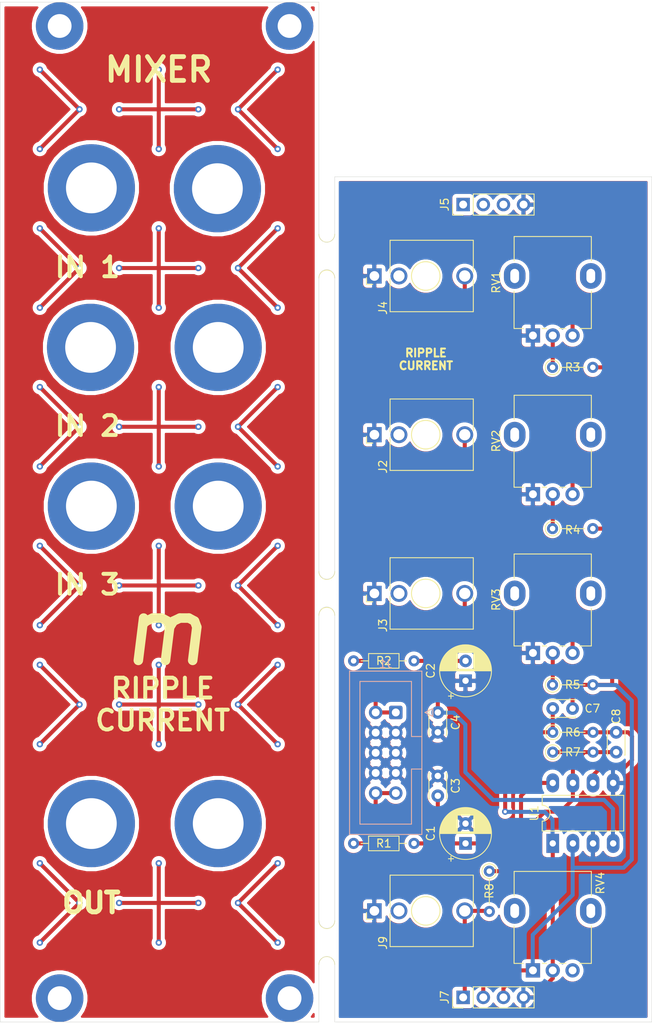
<source format=kicad_pcb>
(kicad_pcb (version 20171130) (host pcbnew "(5.1.8)-1")
  (layers (0 F.Cu signal) (31 B.Cu signal) (34 B.Paste user) (35 F.Paste user) (36 B.SilkS user hide) (37 F.SilkS user) (38 B.Mask user hide) (39 F.Mask user hide) (44 Edge.Cuts user))
  (net 0 "")
  (net 1 GND)
  (net 2 +12V)
  (net 3 -12V)
  (net 4 IN1)
  (net 5 VOL)
  (net 6 "Net-(C8-Pad2)")
  (net 7 "Net-(C8-Pad1)")
  (net 8 "Net-(J1-Pad10)")
  (net 9 "Net-(J1-Pad1)")
  (net 10 "Net-(J2-PadS)")
  (net 11 "Net-(J2-PadT)")
  (net 12 "Net-(J3-PadS)")
  (net 13 "Net-(J3-PadT)")
  (net 14 "Net-(J4-PadS)")
  (net 15 "Net-(J4-PadT)")
  (net 16 "Net-(J5-Pad3)")
  (net 17 "Net-(J5-Pad2)")
  (net 18 "Net-(J5-Pad1)")
  (net 19 OUT)
  (net 20 "Net-(J9-PadS)")
  (net 21 "Net-(R3-Pad1)")
  (net 22 "Net-(R4-Pad1)")
  (net 23 "Net-(R5-Pad1)")
  (net 24 "Net-(RV4-Pad3)")
  (module Panelization:mouse-bite-3mm-slot (layer F.Cu) (at 81.2 96 90)
    (fp_text reference mouse-bite-3mm-slot hide)
    (fp_text value VAL** hide)
    (pad "" np_thru_hole circle (at 1.524 0.75 90) (size 0.5 0.5) (drill 0.5) (layers *.Cu *.Mask))
    (pad "" np_thru_hole circle (at 1.524 -0.75 90) (size 0.5 0.5) (drill 0.5) (layers *.Cu *.Mask))
    (pad "" np_thru_hole circle (at 0.762 -0.75 90) (size 0.5 0.5) (drill 0.5) (layers *.Cu *.Mask))
    (pad "" np_thru_hole circle (at 0.762 0.75 90) (size 0.5 0.5) (drill 0.5) (layers *.Cu *.Mask))
    (pad "" np_thru_hole circle (at -0.012 0.75 90) (size 0.5 0.5) (drill 0.5) (layers *.Cu *.Mask))
    (pad "" np_thru_hole circle (at -1.512 0.75 90) (size 0.5 0.5) (drill 0.5) (layers *.Cu *.Mask))
    (pad "" np_thru_hole circle (at -1.512 -0.75 90) (size 0.5 0.5) (drill 0.5) (layers *.Cu *.Mask))
    (pad "" np_thru_hole circle (at -0.012 -0.75 90) (size 0.5 0.5) (drill 0.5) (layers *.Cu *.Mask))
    (pad "" np_thru_hole circle (at -0.762 0.75 90) (size 0.5 0.5) (drill 0.5) (layers *.Cu *.Mask))
    (pad "" np_thru_hole circle (at -0.762 -0.75 90) (size 0.5 0.5) (drill 0.5) (layers *.Cu *.Mask))
  )
  (module Panelization:mouse-bite-3mm-slot (layer F.Cu) (at 81.2 53.5 90)
    (fp_text reference mouse-bite-3mm-slot hide)
    (fp_text value VAL** hide)
    (pad "" np_thru_hole circle (at 1.524 0.75 90) (size 0.5 0.5) (drill 0.5) (layers *.Cu *.Mask))
    (pad "" np_thru_hole circle (at 1.524 -0.75 90) (size 0.5 0.5) (drill 0.5) (layers *.Cu *.Mask))
    (pad "" np_thru_hole circle (at 0.762 -0.75 90) (size 0.5 0.5) (drill 0.5) (layers *.Cu *.Mask))
    (pad "" np_thru_hole circle (at 0.762 0.75 90) (size 0.5 0.5) (drill 0.5) (layers *.Cu *.Mask))
    (pad "" np_thru_hole circle (at -0.012 0.75 90) (size 0.5 0.5) (drill 0.5) (layers *.Cu *.Mask))
    (pad "" np_thru_hole circle (at -1.512 0.75 90) (size 0.5 0.5) (drill 0.5) (layers *.Cu *.Mask))
    (pad "" np_thru_hole circle (at -1.512 -0.75 90) (size 0.5 0.5) (drill 0.5) (layers *.Cu *.Mask))
    (pad "" np_thru_hole circle (at -0.012 -0.75 90) (size 0.5 0.5) (drill 0.5) (layers *.Cu *.Mask))
    (pad "" np_thru_hole circle (at -0.762 0.75 90) (size 0.5 0.5) (drill 0.5) (layers *.Cu *.Mask))
    (pad "" np_thru_hole circle (at -0.762 -0.75 90) (size 0.5 0.5) (drill 0.5) (layers *.Cu *.Mask))
  )
  (module MountingHole:MountingHole_3.2mm_M3 (layer F.Cu) (at 93.7 136)
    (fp_text reference REF** hide)
    (fp_text value MountingHole_3.2mm_M3)
    (pad 1 np_thru_hole circle (at 0 0) (size 3.2 3.2) (drill 3.2) (layers *.Cu *.Mask))
  )
  (module MountingHole:MountingHole_3.2mm_M3 (layer F.Cu) (at 93.7 96)
    (fp_text reference REF** hide)
    (fp_text value MountingHole_3.2mm_M3)
    (pad 1 np_thru_hole circle (at 0 0) (size 3.2 3.2) (drill 3.2) (layers *.Cu *.Mask))
  )
  (module MountingHole:MountingHole_3.2mm_M3 (layer F.Cu) (at 93.7 76)
    (fp_text reference REF** hide)
    (fp_text value MountingHole_3.2mm_M3)
    (pad 1 np_thru_hole circle (at 0 0) (size 3.2 3.2) (drill 3.2) (layers *.Cu *.Mask))
  )
  (module MountingHole:MountingHole_3.2mm_M3 (layer F.Cu) (at 93.7 56)
    (fp_text reference REF** hide)
    (fp_text value MountingHole_3.2mm_M3)
    (pad 1 np_thru_hole circle (at 0 0) (size 3.2 3.2) (drill 3.2) (layers *.Cu *.Mask))
  )
  (module MountingHole:MountingHole_6.4mm_M6_DIN965_Pad (layer F.Cu) (at 51.5 85)
    (fp_text reference REF** hide)
    (fp_text value MountingHole_6.4mm_M6_DIN965_Pad hide)
    (pad "" thru_hole circle (at 0 0) (size 11.000001 11.000001) (drill 6.4) (layers *.Cu B.Mask))
  )
  (module MountingHole:MountingHole_6.4mm_M6_DIN965_Pad (layer F.Cu) (at 51.4 65)
    (fp_text reference REF** hide)
    (fp_text value MountingHole_6.4mm_M6_DIN965_Pad hide)
    (pad "" thru_hole circle (at 0 0) (size 11.000001 11.000001) (drill 6.4) (layers *.Cu B.Mask))
  )
  (module MountingHole:MountingHole_6.4mm_M6_DIN965_Pad (layer F.Cu) (at 51.5 44.9)
    (fp_text reference REF** hide)
    (fp_text value MountingHole_6.4mm_M6_DIN965_Pad hide)
    (pad "" thru_hole circle (at 0 0) (size 11.000001 11.000001) (drill 6.4) (layers *.Cu B.Mask))
  )
  (module MountingHole:MountingHole_6.4mm_M6_DIN965_Pad (layer F.Cu) (at 51.5 125)
    (fp_text reference REF** hide)
    (fp_text value MountingHole_6.4mm_M6_DIN965_Pad hide)
    (pad "" thru_hole circle (at 0 0) (size 11.000001 11.000001) (drill 6.4) (layers *.Cu B.Mask))
  )
  (module MountingHole:MountingHole_6.4mm_M6_DIN965_Pad (layer F.Cu) (at 67.4 45)
    (fp_text reference REF** hide)
    (fp_text value MountingHole_6.4mm_M6_DIN965_Pad hide)
    (pad "" thru_hole circle (at 0 0) (size 11.000001 11.000001) (drill 6.4) (layers *.Cu B.Mask))
  )
  (module MountingHole:MountingHole_6.4mm_M6_DIN965_Pad (layer F.Cu) (at 67.5 65)
    (fp_text reference REF** hide)
    (fp_text value MountingHole_6.4mm_M6_DIN965_Pad hide)
    (pad "" thru_hole circle (at 0 0) (size 11.000001 11.000001) (drill 6.4) (layers *.Cu B.Mask))
  )
  (module MountingHole:MountingHole_6.4mm_M6_DIN965_Pad (layer F.Cu) (at 67.5 85)
    (fp_text reference REF** hide)
    (fp_text value MountingHole_6.4mm_M6_DIN965_Pad hide)
    (pad "" thru_hole circle (at 0 0) (size 11.000001 11.000001) (drill 6.4) (layers *.Cu B.Mask))
  )
  (module MountingHole:MountingHole_3mm_Pad (layer F.Cu) (at 76.5 147)
    (fp_text reference REF** hide)
    (fp_text value MountingHole_3mm_Pad hide)
    (pad "" thru_hole circle (at 0 0) (size 6.000001 6.000001) (drill 2.999999) (layers *.Cu *.Mask))
  )
  (module MountingHole:MountingHole_3mm_Pad (layer F.Cu) (at 47.5 24.5)
    (fp_text reference REF** hide)
    (fp_text value MountingHole_3mm_Pad hide)
    (pad "" thru_hole circle (at 0 0) (size 6.000001 6.000001) (drill 2.999999) (layers *.Cu *.Mask))
  )
  (module MountingHole:MountingHole_3mm_Pad (layer F.Cu) (at 76.5 24.5)
    (fp_text reference REF** hide)
    (fp_text value MountingHole_3mm_Pad hide)
    (pad "" thru_hole circle (at 0 0) (size 6.000001 6.000001) (drill 2.999999) (layers *.Cu *.Mask))
  )
  (module MountingHole:MountingHole_3mm_Pad (layer F.Cu) (at 47.5 147)
    (fp_text reference REF** hide)
    (fp_text value MountingHole_3mm_Pad hide)
    (pad "" thru_hole circle (at 0 0) (size 6.000001 6.000001) (drill 2.999999) (layers *.Cu *.Mask))
  )
  (module MountingHole:MountingHole_6.4mm_M6_DIN965_Pad (layer F.Cu) (at 67.5 125)
    (fp_text reference REF** hide)
    (fp_text value MountingHole_6.4mm_M6_DIN965_Pad hide)
    (pad "" thru_hole circle (at 0 0) (size 11.000001 11.000001) (drill 6.4) (layers *.Cu B.Mask))
  )
  (module Panelization:mouse-bite-3mm-slot (layer F.Cu) (at 81.2 140 90)
    (fp_text reference mouse-bite-3mm-slot hide)
    (fp_text value VAL** hide)
    (pad "" np_thru_hole circle (at -0.762 -0.75 90) (size 0.5 0.5) (drill 0.5) (layers *.Cu *.Mask))
    (pad "" np_thru_hole circle (at -0.762 0.75 90) (size 0.5 0.5) (drill 0.5) (layers *.Cu *.Mask))
    (pad "" np_thru_hole circle (at -0.012 -0.75 90) (size 0.5 0.5) (drill 0.5) (layers *.Cu *.Mask))
    (pad "" np_thru_hole circle (at -1.512 -0.75 90) (size 0.5 0.5) (drill 0.5) (layers *.Cu *.Mask))
    (pad "" np_thru_hole circle (at -1.512 0.75 90) (size 0.5 0.5) (drill 0.5) (layers *.Cu *.Mask))
    (pad "" np_thru_hole circle (at -0.012 0.75 90) (size 0.5 0.5) (drill 0.5) (layers *.Cu *.Mask))
    (pad "" np_thru_hole circle (at 0.762 0.75 90) (size 0.5 0.5) (drill 0.5) (layers *.Cu *.Mask))
    (pad "" np_thru_hole circle (at 0.762 -0.75 90) (size 0.5 0.5) (drill 0.5) (layers *.Cu *.Mask))
    (pad "" np_thru_hole circle (at 1.524 -0.75 90) (size 0.5 0.5) (drill 0.5) (layers *.Cu *.Mask))
    (pad "" np_thru_hole circle (at 1.524 0.75 90) (size 0.5 0.5) (drill 0.5) (layers *.Cu *.Mask))
  )
  (module Package_DIP:DIP-8_W7.62mm_LongPads (layer F.Cu) (at 109.7 127.5 90)
    (fp_text reference U1 (at 3.81 -2.33 90) (layer F.SilkS))
    (fp_text value TL072)
    (pad 8 thru_hole oval (at 7.62 0 90) (size 2.4 1.6) (drill 0.8) (layers *.Cu *.Mask) (net 2 +12V))
    (pad 4 thru_hole oval (at 0 7.62 90) (size 2.4 1.6) (drill 0.8) (layers *.Cu *.Mask) (net 3 -12V))
    (pad 7 thru_hole oval (at 7.62 2.54 90) (size 2.4 1.6) (drill 0.8) (layers *.Cu *.Mask) (net 7 "Net-(C8-Pad1)"))
    (pad 3 thru_hole oval (at 0 5.08 90) (size 2.4 1.6) (drill 0.8) (layers *.Cu *.Mask) (net 1 GND))
    (pad 6 thru_hole oval (at 7.62 5.08 90) (size 2.4 1.6) (drill 0.8) (layers *.Cu *.Mask) (net 6 "Net-(C8-Pad2)"))
    (pad 2 thru_hole oval (at 0 2.54 90) (size 2.4 1.6) (drill 0.8) (layers *.Cu *.Mask) (net 4 IN1))
    (pad 5 thru_hole oval (at 7.62 7.62 90) (size 2.4 1.6) (drill 0.8) (layers *.Cu *.Mask) (net 1 GND))
    (pad 1 thru_hole rect (at 0 0 90) (size 2.4 1.6) (drill 0.8) (layers *.Cu *.Mask) (net 5 VOL))
  )
  (module Potentiometer_THT:Potentiometer_Alpha_RD901F-40-00D_Single_Vertical (layer F.Cu) (at 107.2 143.5 90)
    (fp_text reference RV4 (at 11 8.5 270) (layer F.SilkS))
    (fp_text value 100K)
    (pad "" thru_hole oval (at 7.5 -2.3 180) (size 2.72 3.24) (drill oval 1.1 1.8) (layers *.Cu *.Mask))
    (pad "" thru_hole oval (at 7.5 7.3 180) (size 2.72 3.24) (drill oval 1.1 1.8) (layers *.Cu *.Mask))
    (pad 3 thru_hole circle (at 0 5 180) (size 1.8 1.8) (drill 1) (layers *.Cu *.Mask) (net 24 "Net-(RV4-Pad3)"))
    (pad 2 thru_hole circle (at 0 2.5 180) (size 1.8 1.8) (drill 1) (layers *.Cu *.Mask) (net 5 VOL))
    (pad 1 thru_hole rect (at 0 0 180) (size 1.8 1.8) (drill 1) (layers *.Cu *.Mask) (net 4 IN1))
  )
  (module Potentiometer_THT:Potentiometer_Alpha_RD901F-40-00D_Single_Vertical (layer F.Cu) (at 107.2 103.5 90)
    (fp_text reference RV3 (at 6.71 -4.64 270) (layer F.SilkS))
    (fp_text value 100K)
    (pad "" thru_hole oval (at 7.5 -2.3 180) (size 2.72 3.24) (drill oval 1.1 1.8) (layers *.Cu *.Mask))
    (pad "" thru_hole oval (at 7.5 7.3 180) (size 2.72 3.24) (drill oval 1.1 1.8) (layers *.Cu *.Mask))
    (pad 3 thru_hole circle (at 0 5 180) (size 1.8 1.8) (drill 1) (layers *.Cu *.Mask) (net 13 "Net-(J3-PadT)"))
    (pad 2 thru_hole circle (at 0 2.5 180) (size 1.8 1.8) (drill 1) (layers *.Cu *.Mask) (net 23 "Net-(R5-Pad1)"))
    (pad 1 thru_hole rect (at 0 0 180) (size 1.8 1.8) (drill 1) (layers *.Cu *.Mask) (net 1 GND))
  )
  (module Potentiometer_THT:Potentiometer_Alpha_RD901F-40-00D_Single_Vertical (layer F.Cu) (at 107.2 83.5 90)
    (fp_text reference RV2 (at 6.71 -4.64 270) (layer F.SilkS))
    (fp_text value 100K)
    (pad "" thru_hole oval (at 7.5 -2.3 180) (size 2.72 3.24) (drill oval 1.1 1.8) (layers *.Cu *.Mask))
    (pad "" thru_hole oval (at 7.5 7.3 180) (size 2.72 3.24) (drill oval 1.1 1.8) (layers *.Cu *.Mask))
    (pad 3 thru_hole circle (at 0 5 180) (size 1.8 1.8) (drill 1) (layers *.Cu *.Mask) (net 11 "Net-(J2-PadT)"))
    (pad 2 thru_hole circle (at 0 2.5 180) (size 1.8 1.8) (drill 1) (layers *.Cu *.Mask) (net 22 "Net-(R4-Pad1)"))
    (pad 1 thru_hole rect (at 0 0 180) (size 1.8 1.8) (drill 1) (layers *.Cu *.Mask) (net 1 GND))
  )
  (module Potentiometer_THT:Potentiometer_Alpha_RD901F-40-00D_Single_Vertical (layer F.Cu) (at 107.2 63.5 90)
    (fp_text reference RV1 (at 6.71 -4.64 270) (layer F.SilkS))
    (fp_text value 100K)
    (pad "" thru_hole oval (at 7.5 -2.3 180) (size 2.72 3.24) (drill oval 1.1 1.8) (layers *.Cu *.Mask))
    (pad "" thru_hole oval (at 7.5 7.3 180) (size 2.72 3.24) (drill oval 1.1 1.8) (layers *.Cu *.Mask))
    (pad 3 thru_hole circle (at 0 5 180) (size 1.8 1.8) (drill 1) (layers *.Cu *.Mask) (net 15 "Net-(J4-PadT)"))
    (pad 2 thru_hole circle (at 0 2.5 180) (size 1.8 1.8) (drill 1) (layers *.Cu *.Mask) (net 21 "Net-(R3-Pad1)"))
    (pad 1 thru_hole rect (at 0 0 180) (size 1.8 1.8) (drill 1) (layers *.Cu *.Mask) (net 1 GND))
  )
  (module Resistor_THT:R_Axial_DIN0204_L3.6mm_D1.6mm_P5.08mm_Vertical (layer F.Cu) (at 101.7 131 270)
    (fp_text reference R8 (at 2.5 0 90) (layer F.SilkS))
    (fp_text value 330)
    (pad 2 thru_hole oval (at 5.08 0 270) (size 1.4 1.4) (drill 0.7) (layers *.Cu *.Mask) (net 19 OUT))
    (pad 1 thru_hole circle (at 0 0 270) (size 1.4 1.4) (drill 0.7) (layers *.Cu *.Mask) (net 7 "Net-(C8-Pad1)"))
  )
  (module Resistor_THT:R_Axial_DIN0204_L3.6mm_D1.6mm_P5.08mm_Vertical (layer F.Cu) (at 109.7 116)
    (fp_text reference R7 (at 2.54 0) (layer F.SilkS))
    (fp_text value 100k)
    (pad 2 thru_hole oval (at 5.08 0) (size 1.4 1.4) (drill 0.7) (layers *.Cu *.Mask) (net 7 "Net-(C8-Pad1)"))
    (pad 1 thru_hole circle (at 0 0) (size 1.4 1.4) (drill 0.7) (layers *.Cu *.Mask) (net 6 "Net-(C8-Pad2)"))
  )
  (module Resistor_THT:R_Axial_DIN0204_L3.6mm_D1.6mm_P5.08mm_Vertical (layer F.Cu) (at 109.7 113.5)
    (fp_text reference R6 (at 2.54 0) (layer F.SilkS))
    (fp_text value 100k)
    (pad 2 thru_hole oval (at 5.08 0) (size 1.4 1.4) (drill 0.7) (layers *.Cu *.Mask) (net 6 "Net-(C8-Pad2)"))
    (pad 1 thru_hole circle (at 0 0) (size 1.4 1.4) (drill 0.7) (layers *.Cu *.Mask) (net 5 VOL))
  )
  (module Resistor_THT:R_Axial_DIN0204_L3.6mm_D1.6mm_P5.08mm_Vertical (layer F.Cu) (at 109.675 107.52)
    (fp_text reference R5 (at 2.54 -0.02) (layer F.SilkS))
    (fp_text value 100k)
    (pad 2 thru_hole oval (at 5.08 0) (size 1.4 1.4) (drill 0.7) (layers *.Cu *.Mask) (net 4 IN1))
    (pad 1 thru_hole circle (at 0 0) (size 1.4 1.4) (drill 0.7) (layers *.Cu *.Mask) (net 23 "Net-(R5-Pad1)"))
  )
  (module Resistor_THT:R_Axial_DIN0204_L3.6mm_D1.6mm_P5.08mm_Vertical (layer F.Cu) (at 109.675 87.835)
    (fp_text reference R4 (at 2.54 0.165) (layer F.SilkS))
    (fp_text value 100k)
    (pad 2 thru_hole oval (at 5.08 0) (size 1.4 1.4) (drill 0.7) (layers *.Cu *.Mask) (net 4 IN1))
    (pad 1 thru_hole circle (at 0 0) (size 1.4 1.4) (drill 0.7) (layers *.Cu *.Mask) (net 22 "Net-(R4-Pad1)"))
  )
  (module Resistor_THT:R_Axial_DIN0204_L3.6mm_D1.6mm_P5.08mm_Vertical (layer F.Cu) (at 109.675 67.515)
    (fp_text reference R3 (at 2.54 -0.015) (layer F.SilkS))
    (fp_text value 100k)
    (pad 2 thru_hole oval (at 5.08 0) (size 1.4 1.4) (drill 0.7) (layers *.Cu *.Mask) (net 4 IN1))
    (pad 1 thru_hole circle (at 0 0) (size 1.4 1.4) (drill 0.7) (layers *.Cu *.Mask) (net 21 "Net-(R3-Pad1)"))
  )
  (module Resistor_THT:R_Axial_DIN0204_L3.6mm_D1.6mm_P7.62mm_Horizontal (layer F.Cu) (at 92.2 104.5 180)
    (fp_text reference R2 (at 3.81 0) (layer F.SilkS))
    (fp_text value FERRITE)
    (pad 2 thru_hole oval (at 7.62 0 180) (size 1.4 1.4) (drill 0.7) (layers *.Cu *.Mask) (net 9 "Net-(J1-Pad1)"))
    (pad 1 thru_hole circle (at 0 0 180) (size 1.4 1.4) (drill 0.7) (layers *.Cu *.Mask) (net 3 -12V))
  )
  (module Resistor_THT:R_Axial_DIN0204_L3.6mm_D1.6mm_P7.62mm_Horizontal (layer F.Cu) (at 92.2 127.5 180)
    (fp_text reference R1 (at 3.81 0) (layer F.SilkS))
    (fp_text value FERRITE)
    (pad 2 thru_hole oval (at 7.62 0 180) (size 1.4 1.4) (drill 0.7) (layers *.Cu *.Mask) (net 8 "Net-(J1-Pad10)"))
    (pad 1 thru_hole circle (at 0 0 180) (size 1.4 1.4) (drill 0.7) (layers *.Cu *.Mask) (net 2 +12V))
  )
  (module JACK:Jack_3.5mm_QingPu_WQP-PJ398SM_Vertical_CircularHoles (layer F.Cu) (at 87.2 136 90)
    (fp_text reference J9 (at -4.03 1.08 270) (layer F.SilkS))
    (fp_text value OUT)
    (pad S thru_hole circle (at 0 3.1 270) (size 2.13 2.13) (drill 1.42) (layers *.Cu *.Mask) (net 20 "Net-(J9-PadS)"))
    (pad G thru_hole rect (at 0 0 270) (size 1.93 1.83) (drill 1.22) (layers *.Cu *.Mask) (net 1 GND))
    (pad T thru_hole circle (at 0 11.4 270) (size 2.13 2.13) (drill 1.43) (layers *.Cu *.Mask) (net 19 OUT))
  )
  (module Connector_PinHeader_2.54mm:PinHeader_1x04_P2.54mm_Vertical (layer F.Cu) (at 98.4 146.9 90)
    (fp_text reference J7 (at 0 -2.33 90) (layer F.SilkS))
    (fp_text value "PCB JUMPER")
    (pad 4 thru_hole oval (at 0 7.62 90) (size 1.7 1.7) (drill 1) (layers *.Cu *.Mask) (net 1 GND))
    (pad 3 thru_hole oval (at 0 5.08 90) (size 1.7 1.7) (drill 1) (layers *.Cu *.Mask) (net 5 VOL))
    (pad 2 thru_hole oval (at 0 2.54 90) (size 1.7 1.7) (drill 1) (layers *.Cu *.Mask) (net 4 IN1))
    (pad 1 thru_hole rect (at 0 0 90) (size 1.7 1.7) (drill 1) (layers *.Cu *.Mask) (net 19 OUT))
  )
  (module Connector_PinHeader_2.54mm:PinHeader_1x04_P2.54mm_Vertical (layer F.Cu) (at 98.4 47 90)
    (fp_text reference J5 (at 0 -2.33 90) (layer F.SilkS))
    (fp_text value "PCB JUMPER")
    (pad 4 thru_hole oval (at 0 7.62 90) (size 1.7 1.7) (drill 1) (layers *.Cu *.Mask) (net 1 GND))
    (pad 3 thru_hole oval (at 0 5.08 90) (size 1.7 1.7) (drill 1) (layers *.Cu *.Mask) (net 16 "Net-(J5-Pad3)"))
    (pad 2 thru_hole oval (at 0 2.54 90) (size 1.7 1.7) (drill 1) (layers *.Cu *.Mask) (net 17 "Net-(J5-Pad2)"))
    (pad 1 thru_hole rect (at 0 0 90) (size 1.7 1.7) (drill 1) (layers *.Cu *.Mask) (net 18 "Net-(J5-Pad1)"))
  )
  (module JACK:Jack_3.5mm_QingPu_WQP-PJ398SM_Vertical_CircularHoles (layer F.Cu) (at 87.2 56 90)
    (fp_text reference J4 (at -4.03 1.08 270) (layer F.SilkS))
    (fp_text value IN1)
    (pad S thru_hole circle (at 0 3.1 270) (size 2.13 2.13) (drill 1.42) (layers *.Cu *.Mask) (net 14 "Net-(J4-PadS)"))
    (pad G thru_hole rect (at 0 0 270) (size 1.93 1.83) (drill 1.22) (layers *.Cu *.Mask) (net 1 GND))
    (pad T thru_hole circle (at 0 11.4 270) (size 2.13 2.13) (drill 1.43) (layers *.Cu *.Mask) (net 15 "Net-(J4-PadT)"))
  )
  (module JACK:Jack_3.5mm_QingPu_WQP-PJ398SM_Vertical_CircularHoles (layer F.Cu) (at 87.2 96 90)
    (fp_text reference J3 (at -4.03 1.08 270) (layer F.SilkS))
    (fp_text value IN3)
    (pad S thru_hole circle (at 0 3.1 270) (size 2.13 2.13) (drill 1.42) (layers *.Cu *.Mask) (net 12 "Net-(J3-PadS)"))
    (pad G thru_hole rect (at 0 0 270) (size 1.93 1.83) (drill 1.22) (layers *.Cu *.Mask) (net 1 GND))
    (pad T thru_hole circle (at 0 11.4 270) (size 2.13 2.13) (drill 1.43) (layers *.Cu *.Mask) (net 13 "Net-(J3-PadT)"))
  )
  (module JACK:Jack_3.5mm_QingPu_WQP-PJ398SM_Vertical_CircularHoles (layer F.Cu) (at 87.2 76 90)
    (fp_text reference J2 (at -4.03 1.08 270) (layer F.SilkS))
    (fp_text value IN2)
    (pad S thru_hole circle (at 0 3.1 270) (size 2.13 2.13) (drill 1.42) (layers *.Cu *.Mask) (net 10 "Net-(J2-PadS)"))
    (pad G thru_hole rect (at 0 0 270) (size 1.93 1.83) (drill 1.22) (layers *.Cu *.Mask) (net 1 GND))
    (pad T thru_hole circle (at 0 11.4 270) (size 2.13 2.13) (drill 1.43) (layers *.Cu *.Mask) (net 11 "Net-(J2-PadT)"))
  )
  (module Connector_IDC:IDC-Header_2x05_P2.54mm_Vertical (layer B.Cu) (at 89.9 111 180)
    (fp_text reference J1 (at 1.27 6.1) (layer B.SilkS) (effects (justify mirror)))
    (fp_text value "POWER INPUT")
    (pad 10 thru_hole circle (at 2.54 -10.16 180) (size 1.7 1.7) (drill 1) (layers *.Cu *.Mask) (net 8 "Net-(J1-Pad10)"))
    (pad 8 thru_hole circle (at 2.54 -7.62 180) (size 1.7 1.7) (drill 1) (layers *.Cu *.Mask) (net 1 GND))
    (pad 6 thru_hole circle (at 2.54 -5.08 180) (size 1.7 1.7) (drill 1) (layers *.Cu *.Mask) (net 1 GND))
    (pad 4 thru_hole circle (at 2.54 -2.54 180) (size 1.7 1.7) (drill 1) (layers *.Cu *.Mask) (net 1 GND))
    (pad 2 thru_hole circle (at 2.54 0 180) (size 1.7 1.7) (drill 1) (layers *.Cu *.Mask) (net 9 "Net-(J1-Pad1)"))
    (pad 9 thru_hole circle (at 0 -10.16 180) (size 1.7 1.7) (drill 1) (layers *.Cu *.Mask) (net 8 "Net-(J1-Pad10)"))
    (pad 7 thru_hole circle (at 0 -7.62 180) (size 1.7 1.7) (drill 1) (layers *.Cu *.Mask) (net 1 GND))
    (pad 5 thru_hole circle (at 0 -5.08 180) (size 1.7 1.7) (drill 1) (layers *.Cu *.Mask) (net 1 GND))
    (pad 3 thru_hole circle (at 0 -2.54 180) (size 1.7 1.7) (drill 1) (layers *.Cu *.Mask) (net 1 GND))
    (pad 1 thru_hole roundrect (at 0 0 180) (size 1.7 1.7) (drill 1) (layers *.Cu *.Mask) (roundrect_rratio 0.147059) (net 9 "Net-(J1-Pad1)"))
  )
  (module Capacitor_THT:C_Disc_D3.0mm_W2.0mm_P2.50mm (layer F.Cu) (at 117.7 116 90)
    (fp_text reference C8 (at 4.5 0 90) (layer F.SilkS))
    (fp_text value 47pF)
    (pad 2 thru_hole circle (at 2.5 0 90) (size 1.6 1.6) (drill 0.8) (layers *.Cu *.Mask) (net 6 "Net-(C8-Pad2)"))
    (pad 1 thru_hole circle (at 0 0 90) (size 1.6 1.6) (drill 0.8) (layers *.Cu *.Mask) (net 7 "Net-(C8-Pad1)"))
  )
  (module Capacitor_THT:C_Disc_D3.0mm_W2.0mm_P2.50mm (layer F.Cu) (at 109.7 110.5)
    (fp_text reference C7 (at 5 0) (layer F.SilkS))
    (fp_text value 47pF)
    (pad 2 thru_hole circle (at 2.5 0) (size 1.6 1.6) (drill 0.8) (layers *.Cu *.Mask) (net 4 IN1))
    (pad 1 thru_hole circle (at 0 0) (size 1.6 1.6) (drill 0.8) (layers *.Cu *.Mask) (net 5 VOL))
  )
  (module Capacitor_THT:C_Disc_D3.0mm_W2.0mm_P2.50mm (layer F.Cu) (at 95.2 111 270)
    (fp_text reference C4 (at 1.25 -2.25 90) (layer F.SilkS))
    (fp_text value 100n)
    (pad 2 thru_hole circle (at 2.5 0 270) (size 1.6 1.6) (drill 0.8) (layers *.Cu *.Mask) (net 1 GND))
    (pad 1 thru_hole circle (at 0 0 270) (size 1.6 1.6) (drill 0.8) (layers *.Cu *.Mask) (net 3 -12V))
  )
  (module Capacitor_THT:C_Disc_D3.0mm_W2.0mm_P2.50mm (layer F.Cu) (at 95.2 119 270)
    (fp_text reference C3 (at 1.25 -2.25 90) (layer F.SilkS))
    (fp_text value 100n)
    (pad 2 thru_hole circle (at 2.5 0 270) (size 1.6 1.6) (drill 0.8) (layers *.Cu *.Mask) (net 2 +12V))
    (pad 1 thru_hole circle (at 0 0 270) (size 1.6 1.6) (drill 0.8) (layers *.Cu *.Mask) (net 1 GND))
  )
  (module Capacitor_THT:CP_Radial_D6.3mm_P2.50mm (layer F.Cu) (at 98.7 107 90)
    (fp_text reference C2 (at 1.25 -4.4 90) (layer F.SilkS))
    (fp_text value 10u)
    (pad 2 thru_hole circle (at 2.5 0 90) (size 1.6 1.6) (drill 0.8) (layers *.Cu *.Mask) (net 3 -12V))
    (pad 1 thru_hole rect (at 0 0 90) (size 1.6 1.6) (drill 0.8) (layers *.Cu *.Mask) (net 1 GND))
  )
  (module Capacitor_THT:CP_Radial_D6.3mm_P2.50mm (layer F.Cu) (at 98.7 127.5 90)
    (fp_text reference C1 (at 1.25 -4.4 90) (layer F.SilkS))
    (fp_text value 10u)
    (pad 2 thru_hole circle (at 2.5 0 90) (size 1.6 1.6) (drill 0.8) (layers *.Cu *.Mask) (net 1 GND))
    (pad 1 thru_hole rect (at 0 0 90) (size 1.6 1.6) (drill 0.8) (layers *.Cu *.Mask) (net 2 +12V))
  )
  (gr_line (start 80.2 50.75) (end 80.2 21.5) (layer Edge.Cuts) (width 0.05))
  (gr_line (start 80.2 93.2) (end 80.2 56.2) (layer Edge.Cuts) (width 0.05))
  (gr_line (start 80.2 137.2) (end 80.2 98.7) (layer Edge.Cuts) (width 0.05))
  (gr_line (start 80.2 150) (end 80.2 142.75) (layer Edge.Cuts) (width 0.05))
  (gr_line (start 82.2 142.75) (end 82.2 150) (layer Edge.Cuts) (width 0.05))
  (gr_arc (start 81.2 142.75) (end 82.2 142.75) (angle -180) (layer Edge.Cuts) (width 0.05))
  (gr_line (start 82.2 98.7) (end 82.2 137.2) (layer Edge.Cuts) (width 0.05))
  (gr_line (start 82.2 56.2) (end 82.198752 93.150062) (layer Edge.Cuts) (width 0.05))
  (gr_line (start 82.2 43.5) (end 82.198053 50.687622) (layer Edge.Cuts) (width 0.05))
  (gr_arc (start 81.2 50.75) (end 80.2 50.75) (angle -183.5763344) (layer Edge.Cuts) (width 0.05))
  (gr_arc (start 81.2 56.2) (end 82.2 56.2) (angle -180) (layer Edge.Cuts) (width 0.05))
  (gr_arc (start 81.2 93.2) (end 80.2 93.2) (angle -182.8624052) (layer Edge.Cuts) (width 0.05))
  (gr_arc (start 81.2 98.7) (end 82.2 98.7) (angle -180) (layer Edge.Cuts) (width 0.05))
  (gr_arc (start 81.2 137.2) (end 80.2 137.2) (angle -180) (layer Edge.Cuts) (width 0.05))
  (gr_text "RIPPLE\nCURRENT" (at 93.7 66.5) (layer F.SilkS) (effects (font (size 1 1) (thickness 0.25))))
  (gr_text "IN 3" (at 51 94.9) (layer F.SilkS) (effects (font (size 2.5 2.5) (thickness 0.5))))
  (gr_text "IN 2" (at 51 74.9) (layer F.SilkS) (effects (font (size 2.5 2.5) (thickness 0.5))))
  (gr_line (start 82.2 150) (end 122.2 150) (layer Edge.Cuts) (width 0.05))
  (gr_line (start 122.2 43.5) (end 122.2 150) (layer Edge.Cuts) (width 0.05))
  (gr_line (start 122.2 43.5) (end 122.2 43.5) (layer Edge.Cuts) (width 0.05))
  (gr_line (start 82.2 43.5) (end 122.2 43.5) (layer Edge.Cuts) (width 0.05))
  (gr_line (start 40 21.5) (end 80.2 21.5) (layer Edge.Cuts) (width 0.05))
  (gr_line (start 40 150) (end 40 21.5) (layer Edge.Cuts) (width 0.05))
  (gr_line (start 40 150) (end 80.2 150) (layer Edge.Cuts) (width 0.05))
  (gr_text "RIPPLE\nCURRENT" (at 60.5 110) (layer F.SilkS) (effects (font (size 2.5 2.5) (thickness 0.5))))
  (gr_text "IN 1" (at 51 54.9) (layer F.SilkS) (effects (font (size 2.5 2.5) (thickness 0.5))))
  (gr_text OUT (at 51.5 135) (layer F.SilkS) (effects (font (size 2.5 2.5) (thickness 0.625))))
  (gr_text m (at 60.9 100.8) (layer F.SilkS) (effects (font (size 8 8) (thickness 1.2) italic)))
  (gr_text MIXER (at 60 30) (layer F.SilkS) (effects (font (size 3 3) (thickness 0.6))))
  (via (at 70 95) (size 0.8) (drill 0.4) (layers F.Cu B.Cu) (net 0))
  (via (at 75 90) (size 0.8) (drill 0.4) (layers F.Cu B.Cu) (net 0))
  (via (at 75 100) (size 0.8) (drill 0.4) (layers F.Cu B.Cu) (net 0))
  (via (at 45 90) (size 0.8) (drill 0.4) (layers F.Cu B.Cu) (net 0))
  (via (at 50 95) (size 0.8) (drill 0.4) (layers F.Cu B.Cu) (net 0))
  (via (at 45 100) (size 0.8) (drill 0.4) (layers F.Cu B.Cu) (net 0))
  (via (at 45 70) (size 0.8) (drill 0.4) (layers F.Cu B.Cu) (net 0))
  (via (at 45 80) (size 0.8) (drill 0.4) (layers F.Cu B.Cu) (net 0))
  (via (at 50 75) (size 0.8) (drill 0.4) (layers F.Cu B.Cu) (net 0))
  (via (at 75 70) (size 0.8) (drill 0.4) (layers F.Cu B.Cu) (net 0))
  (via (at 75 80) (size 0.8) (drill 0.4) (layers F.Cu B.Cu) (net 0))
  (via (at 70 75) (size 0.8) (drill 0.4) (layers F.Cu B.Cu) (net 0))
  (via (at 60 70) (size 0.8) (drill 0.4) (layers F.Cu B.Cu) (net 0))
  (via (at 60 80) (size 0.8) (drill 0.4) (layers F.Cu B.Cu) (net 0))
  (via (at 65 75) (size 0.8) (drill 0.4) (layers F.Cu B.Cu) (net 0))
  (via (at 55 75) (size 0.8) (drill 0.4) (layers F.Cu B.Cu) (net 0))
  (segment (start 60 70) (end 60 80) (width 0.508) (layer F.Cu) (net 0))
  (segment (start 55 75) (end 65 75) (width 0.508) (layer F.Cu) (net 0))
  (via (at 60 90) (size 0.8) (drill 0.4) (layers F.Cu B.Cu) (net 0))
  (via (at 55 95) (size 0.8) (drill 0.4) (layers F.Cu B.Cu) (net 0))
  (via (at 65 95) (size 0.8) (drill 0.4) (layers F.Cu B.Cu) (net 0))
  (via (at 60 100) (size 0.8) (drill 0.4) (layers F.Cu B.Cu) (net 0))
  (segment (start 60 90) (end 60 100) (width 0.508) (layer F.Cu) (net 0))
  (segment (start 55 95) (end 65 95) (width 0.508) (layer F.Cu) (net 0))
  (segment (start 75 70) (end 70 75) (width 0.508) (layer F.Cu) (net 0))
  (segment (start 70 75) (end 75 80) (width 0.508) (layer F.Cu) (net 0))
  (segment (start 45 70) (end 50 75) (width 0.508) (layer F.Cu) (net 0))
  (segment (start 50 75) (end 45 80) (width 0.508) (layer F.Cu) (net 0))
  (segment (start 45 90) (end 50 95) (width 0.508) (layer F.Cu) (net 0))
  (segment (start 50 95) (end 45 100) (width 0.508) (layer F.Cu) (net 0))
  (segment (start 75 90) (end 70 95) (width 0.508) (layer F.Cu) (net 0))
  (segment (start 70 95) (end 75 100) (width 0.508) (layer F.Cu) (net 0))
  (via (at 75 50) (size 0.8) (drill 0.4) (layers F.Cu B.Cu) (net 0))
  (via (at 70 55) (size 0.8) (drill 0.4) (layers F.Cu B.Cu) (net 0))
  (via (at 75 60) (size 0.8) (drill 0.4) (layers F.Cu B.Cu) (net 0))
  (via (at 45 50) (size 0.8) (drill 0.4) (layers F.Cu B.Cu) (net 0))
  (via (at 50 55) (size 0.8) (drill 0.4) (layers F.Cu B.Cu) (net 0))
  (via (at 45 60) (size 0.8) (drill 0.4) (layers F.Cu B.Cu) (net 0))
  (via (at 60 50) (size 0.8) (drill 0.4) (layers F.Cu B.Cu) (net 0))
  (via (at 60 60) (size 0.8) (drill 0.4) (layers F.Cu B.Cu) (net 0))
  (via (at 65 55) (size 0.8) (drill 0.4) (layers F.Cu B.Cu) (net 0))
  (via (at 55 55) (size 0.8) (drill 0.4) (layers F.Cu B.Cu) (net 0))
  (segment (start 45 50) (end 50 55) (width 0.508) (layer F.Cu) (net 0))
  (segment (start 50 55) (end 45 60) (width 0.508) (layer F.Cu) (net 0))
  (segment (start 60 50) (end 60 60) (width 0.508) (layer F.Cu) (net 0))
  (segment (start 55 55) (end 65 55) (width 0.508) (layer F.Cu) (net 0))
  (segment (start 75 50) (end 70 55) (width 0.508) (layer F.Cu) (net 0))
  (segment (start 70 55) (end 75 60) (width 0.508) (layer F.Cu) (net 0))
  (via (at 60 40) (size 0.8) (drill 0.4) (layers F.Cu B.Cu) (net 0))
  (via (at 60 30) (size 0.8) (drill 0.4) (layers F.Cu B.Cu) (net 0))
  (via (at 65 35) (size 0.8) (drill 0.4) (layers F.Cu B.Cu) (net 0))
  (via (at 55 35) (size 0.8) (drill 0.4) (layers F.Cu B.Cu) (net 0))
  (via (at 75 30) (size 0.8) (drill 0.4) (layers F.Cu B.Cu) (net 0))
  (via (at 70 35) (size 0.8) (drill 0.4) (layers F.Cu B.Cu) (net 0))
  (via (at 75 40) (size 0.8) (drill 0.4) (layers F.Cu B.Cu) (net 0))
  (via (at 45 30) (size 0.8) (drill 0.4) (layers F.Cu B.Cu) (net 0))
  (via (at 50 35) (size 0.8) (drill 0.4) (layers F.Cu B.Cu) (net 0))
  (via (at 45 40) (size 0.8) (drill 0.4) (layers F.Cu B.Cu) (net 0))
  (segment (start 75 30) (end 70 35) (width 0.508) (layer F.Cu) (net 0))
  (segment (start 70 35) (end 75 40) (width 0.508) (layer F.Cu) (net 0))
  (segment (start 60 30) (end 60 40) (width 0.508) (layer F.Cu) (net 0))
  (segment (start 65 35) (end 55 35) (width 0.508) (layer F.Cu) (net 0))
  (segment (start 45 30) (end 50 35) (width 0.508) (layer F.Cu) (net 0))
  (segment (start 50 35) (end 45 40) (width 0.508) (layer F.Cu) (net 0))
  (via (at 75 130) (size 0.8) (drill 0.4) (layers F.Cu B.Cu) (net 0))
  (via (at 70 135) (size 0.8) (drill 0.4) (layers F.Cu B.Cu) (net 0))
  (via (at 75 140) (size 0.8) (drill 0.4) (layers F.Cu B.Cu) (net 0))
  (via (at 45 130) (size 0.8) (drill 0.4) (layers F.Cu B.Cu) (net 0))
  (via (at 50 135) (size 0.8) (drill 0.4) (layers F.Cu B.Cu) (net 0))
  (via (at 45 140) (size 0.8) (drill 0.4) (layers F.Cu B.Cu) (net 0))
  (via (at 60 130) (size 0.8) (drill 0.4) (layers F.Cu B.Cu) (net 0))
  (via (at 55 135) (size 0.8) (drill 0.4) (layers F.Cu B.Cu) (net 0))
  (via (at 65 135) (size 0.8) (drill 0.4) (layers F.Cu B.Cu) (net 0))
  (via (at 60 140) (size 0.8) (drill 0.4) (layers F.Cu B.Cu) (net 0))
  (segment (start 75 130) (end 70 135) (width 0.508) (layer F.Cu) (net 0))
  (segment (start 70 135) (end 75 140) (width 0.508) (layer F.Cu) (net 0))
  (segment (start 60 130) (end 60 140) (width 0.508) (layer F.Cu) (net 0))
  (segment (start 65 135) (end 55 135) (width 0.508) (layer F.Cu) (net 0))
  (segment (start 45 130) (end 50 135) (width 0.508) (layer F.Cu) (net 0))
  (segment (start 50 135) (end 45 140) (width 0.508) (layer F.Cu) (net 0))
  (via (at 75 105) (size 0.8) (drill 0.4) (layers F.Cu B.Cu) (net 0))
  (via (at 70 110) (size 0.8) (drill 0.4) (layers F.Cu B.Cu) (net 0))
  (via (at 75 115) (size 0.8) (drill 0.4) (layers F.Cu B.Cu) (net 0))
  (via (at 45 105) (size 0.8) (drill 0.4) (layers F.Cu B.Cu) (net 0))
  (via (at 50 110) (size 0.8) (drill 0.4) (layers F.Cu B.Cu) (net 0))
  (via (at 45 115) (size 0.8) (drill 0.4) (layers F.Cu B.Cu) (net 0))
  (segment (start 75 105) (end 70 110) (width 0.508) (layer F.Cu) (net 0))
  (segment (start 70 110) (end 75 115) (width 0.508) (layer F.Cu) (net 0))
  (segment (start 45 105) (end 50 110) (width 0.508) (layer F.Cu) (net 0))
  (segment (start 50 110) (end 45 115) (width 0.508) (layer F.Cu) (net 0))
  (via (at 60 105) (size 0.8) (drill 0.4) (layers F.Cu B.Cu) (net 0))
  (via (at 60 115) (size 0.8) (drill 0.4) (layers F.Cu B.Cu) (net 0))
  (via (at 65 110) (size 0.8) (drill 0.4) (layers F.Cu B.Cu) (net 0))
  (via (at 55 110) (size 0.8) (drill 0.4) (layers F.Cu B.Cu) (net 0))
  (segment (start 55 110) (end 65 110) (width 0.508) (layer F.Cu) (net 0))
  (segment (start 60 105) (end 60 115) (width 0.508) (layer F.Cu) (net 0))
  (segment (start 95.2 121.5) (end 95.2 127.5) (width 0.508) (layer F.Cu) (net 2))
  (segment (start 95.2 127.5) (end 98.7 127.5) (width 0.508) (layer F.Cu) (net 2))
  (segment (start 93.2 127.5) (end 92.2 127.5) (width 0.508) (layer F.Cu) (net 2))
  (segment (start 92.7 127.5) (end 93.2 127.5) (width 0.508) (layer F.Cu) (net 2))
  (segment (start 93.2 127.5) (end 95.2 127.5) (width 0.508) (layer F.Cu) (net 2))
  (segment (start 107.32 119.88) (end 109.7 119.88) (width 0.508) (layer F.Cu) (net 2))
  (segment (start 105.7 121.5) (end 107.32 119.88) (width 0.508) (layer F.Cu) (net 2))
  (segment (start 105.7 125.5) (end 105.7 121.5) (width 0.508) (layer F.Cu) (net 2))
  (segment (start 103.7 127.5) (end 105.7 125.5) (width 0.508) (layer F.Cu) (net 2))
  (segment (start 98.7 127.5) (end 103.7 127.5) (width 0.508) (layer F.Cu) (net 2))
  (segment (start 95.2 111) (end 95.2 104.5) (width 0.508) (layer F.Cu) (net 3))
  (segment (start 95.2 104.5) (end 98.7 104.5) (width 0.508) (layer F.Cu) (net 3))
  (segment (start 92.2 104.5) (end 95.2 104.5) (width 0.508) (layer F.Cu) (net 3))
  (segment (start 97.175 111.025) (end 95.175 111.025) (width 0.508) (layer B.Cu) (net 3))
  (segment (start 98.675 112.525) (end 97.175 111.025) (width 0.508) (layer B.Cu) (net 3))
  (segment (start 117.295 127.525) (end 117.295 123.145) (width 0.508) (layer B.Cu) (net 3))
  (segment (start 117.295 123.145) (end 116.175 122.025) (width 0.508) (layer B.Cu) (net 3))
  (segment (start 102.175 122.025) (end 98.675 118.525) (width 0.508) (layer B.Cu) (net 3))
  (segment (start 116.175 122.025) (end 102.175 122.025) (width 0.508) (layer B.Cu) (net 3))
  (segment (start 98.675 118.525) (end 98.675 112.525) (width 0.508) (layer B.Cu) (net 3))
  (segment (start 114.755 107.52) (end 117.18 107.52) (width 0.508) (layer F.Cu) (net 4))
  (segment (start 117.18 107.52) (end 117.2 107.5) (width 0.508) (layer F.Cu) (net 4))
  (segment (start 116.215 67.515) (end 114.755 67.515) (width 0.508) (layer F.Cu) (net 4))
  (segment (start 117.2 68.5) (end 116.215 67.515) (width 0.508) (layer F.Cu) (net 4))
  (segment (start 114.755 87.835) (end 116.865 87.835) (width 0.508) (layer F.Cu) (net 4))
  (segment (start 117.2 87.5) (end 117.2 68.5) (width 0.508) (layer F.Cu) (net 4))
  (segment (start 116.865 87.835) (end 117.135 87.835) (width 0.508) (layer F.Cu) (net 4))
  (segment (start 117.135 87.835) (end 117.2 87.9) (width 0.508) (layer F.Cu) (net 4))
  (segment (start 117.2 87.9) (end 117.2 87.5) (width 0.508) (layer F.Cu) (net 4))
  (segment (start 117.2 107.5) (end 117.2 87.9) (width 0.508) (layer F.Cu) (net 4))
  (segment (start 105.2 143.5) (end 107.2 143.5) (width 0.508) (layer F.Cu) (net 4))
  (segment (start 101.7 143.5) (end 105.2 143.5) (width 0.508) (layer F.Cu) (net 4))
  (segment (start 100.94 144.26) (end 101.7 143.5) (width 0.508) (layer F.Cu) (net 4))
  (segment (start 100.94 146.9) (end 100.94 144.26) (width 0.508) (layer F.Cu) (net 4))
  (segment (start 114.755 107.52) (end 112.68 107.52) (width 0.508) (layer F.Cu) (net 4))
  (segment (start 112.2 108) (end 112.2 110.5) (width 0.508) (layer F.Cu) (net 4))
  (segment (start 112.68 107.52) (end 112.2 108) (width 0.508) (layer F.Cu) (net 4))
  (segment (start 107.175 143.525) (end 107.175 139.025) (width 0.508) (layer B.Cu) (net 4))
  (segment (start 107.175 139.025) (end 112.215 133.985) (width 0.508) (layer B.Cu) (net 4))
  (segment (start 119.675 129.525) (end 118.635 130.565) (width 0.508) (layer B.Cu) (net 4))
  (segment (start 119.675 109.525) (end 119.675 129.525) (width 0.508) (layer B.Cu) (net 4))
  (segment (start 117.695 107.545) (end 119.675 109.525) (width 0.508) (layer B.Cu) (net 4))
  (segment (start 118.635 130.565) (end 112.215 130.565) (width 0.508) (layer B.Cu) (net 4))
  (segment (start 114.73 107.545) (end 117.695 107.545) (width 0.508) (layer B.Cu) (net 4))
  (segment (start 112.215 130.565) (end 112.215 127.525) (width 0.508) (layer B.Cu) (net 4))
  (segment (start 112.215 133.985) (end 112.215 130.565) (width 0.508) (layer B.Cu) (net 4))
  (segment (start 103.48 146.9) (end 103.48 145.72) (width 0.508) (layer F.Cu) (net 5))
  (segment (start 103.48 145.72) (end 103.95 145.25) (width 0.508) (layer F.Cu) (net 5))
  (segment (start 109.7 144.5) (end 109.7 143.5) (width 0.508) (layer F.Cu) (net 5))
  (segment (start 108.95 145.25) (end 109.7 144.5) (width 0.508) (layer F.Cu) (net 5))
  (segment (start 103.95 145.25) (end 108.95 145.25) (width 0.508) (layer F.Cu) (net 5))
  (segment (start 109.7 127.5) (end 109.7 143.5) (width 0.508) (layer F.Cu) (net 5))
  (segment (start 109.7 110.5) (end 109.7 113.5) (width 0.508) (layer F.Cu) (net 5))
  (segment (start 109.675 127.525) (end 109.675 124.525) (width 0.508) (layer B.Cu) (net 5))
  (segment (start 109.675 124.525) (end 108.675 123.525) (width 0.508) (layer B.Cu) (net 5))
  (segment (start 108.675 123.525) (end 103.675 123.525) (width 0.508) (layer B.Cu) (net 5))
  (segment (start 103.675 123.525) (end 103.675 123.525) (width 0.508) (layer B.Cu) (net 5))
  (via (at 103.7 123.5) (size 0.8) (drill 0.4) (layers F.Cu B.Cu) (net 5))
  (segment (start 109.7 113.5) (end 105.7 113.5) (width 0.508) (layer F.Cu) (net 5))
  (segment (start 103.7 115.5) (end 103.7 123.5) (width 0.508) (layer F.Cu) (net 5))
  (segment (start 105.7 113.5) (end 103.7 115.5) (width 0.508) (layer F.Cu) (net 5))
  (segment (start 109.7 116) (end 110.7 116) (width 0.508) (layer F.Cu) (net 6))
  (segment (start 113.2 113.5) (end 117.7 113.5) (width 0.508) (layer F.Cu) (net 6))
  (segment (start 110.7 116) (end 113.2 113.5) (width 0.508) (layer F.Cu) (net 6))
  (segment (start 114.78 119.88) (end 114.78 118.92) (width 0.508) (layer F.Cu) (net 6))
  (segment (start 114.78 118.92) (end 115.7 118) (width 0.508) (layer F.Cu) (net 6))
  (segment (start 115.7 118) (end 118.7 118) (width 0.508) (layer F.Cu) (net 6))
  (segment (start 118.7 118) (end 119.7 117) (width 0.508) (layer F.Cu) (net 6))
  (segment (start 119.7 117) (end 119.7 114) (width 0.508) (layer F.Cu) (net 6))
  (segment (start 119.2 113.5) (end 117.7 113.5) (width 0.508) (layer F.Cu) (net 6))
  (segment (start 119.7 114) (end 119.2 113.5) (width 0.508) (layer F.Cu) (net 6))
  (segment (start 114.78 116) (end 117.7 116) (width 0.508) (layer F.Cu) (net 7))
  (segment (start 114.78 116) (end 113.7 116) (width 0.508) (layer F.Cu) (net 7))
  (segment (start 112.24 117.46) (end 112.24 119.88) (width 0.508) (layer F.Cu) (net 7))
  (segment (start 113.7 116) (end 112.24 117.46) (width 0.508) (layer F.Cu) (net 7))
  (segment (start 101.7 131) (end 104.7 131) (width 0.508) (layer F.Cu) (net 7))
  (segment (start 104.7 131) (end 107.2 128.5) (width 0.508) (layer F.Cu) (net 7))
  (segment (start 107.2 128.5) (end 107.2 125) (width 0.508) (layer F.Cu) (net 7))
  (segment (start 107.2 125) (end 108.7 123.5) (width 0.508) (layer F.Cu) (net 7))
  (segment (start 108.7 123.5) (end 110.7 123.5) (width 0.508) (layer F.Cu) (net 7))
  (segment (start 112.24 121.96) (end 112.24 119.88) (width 0.508) (layer F.Cu) (net 7))
  (segment (start 110.7 123.5) (end 112.24 121.96) (width 0.508) (layer F.Cu) (net 7))
  (segment (start 86.2 127.5) (end 84.58 127.5) (width 0.508) (layer F.Cu) (net 8))
  (segment (start 87.36 126.34) (end 86.2 127.5) (width 0.508) (layer F.Cu) (net 8))
  (segment (start 87.36 121.16) (end 87.36 126.34) (width 0.508) (layer F.Cu) (net 8))
  (segment (start 87.36 121.16) (end 89.9 121.16) (width 0.508) (layer F.Cu) (net 8))
  (segment (start 86.2 104.5) (end 87.36 105.66) (width 0.508) (layer F.Cu) (net 9))
  (segment (start 87.36 111) (end 87.36 105.66) (width 0.508) (layer F.Cu) (net 9))
  (segment (start 86.2 104.5) (end 84.58 104.5) (width 0.508) (layer F.Cu) (net 9))
  (segment (start 87.36 111) (end 89.9 111) (width 0.508) (layer F.Cu) (net 9))
  (segment (start 98.6 76) (end 98.6 78.4) (width 0.508) (layer F.Cu) (net 11))
  (segment (start 98.6 78.4) (end 99.7 79.5) (width 0.508) (layer F.Cu) (net 11))
  (segment (start 112.2 83.5) (end 112.2 81) (width 0.508) (layer F.Cu) (net 11))
  (segment (start 112.2 81) (end 110.7 79.5) (width 0.508) (layer F.Cu) (net 11))
  (segment (start 99.7 79.5) (end 110.7 79.5) (width 0.508) (layer F.Cu) (net 11))
  (segment (start 98.6 96) (end 98.6 98.4) (width 0.508) (layer F.Cu) (net 13))
  (segment (start 98.6 98.4) (end 100.2 100) (width 0.508) (layer F.Cu) (net 13))
  (segment (start 112.2 101.5) (end 110.7 100) (width 0.508) (layer F.Cu) (net 13))
  (segment (start 112.2 103.5) (end 112.2 101.5) (width 0.508) (layer F.Cu) (net 13))
  (segment (start 100.2 100) (end 110.7 100) (width 0.508) (layer F.Cu) (net 13))
  (segment (start 98.6 57.9) (end 98.6 56) (width 0.508) (layer F.Cu) (net 15))
  (segment (start 100.2 59.5) (end 98.6 57.9) (width 0.508) (layer F.Cu) (net 15))
  (segment (start 110.7 59.5) (end 100.2 59.5) (width 0.508) (layer F.Cu) (net 15))
  (segment (start 112.2 61) (end 110.7 59.5) (width 0.508) (layer F.Cu) (net 15))
  (segment (start 112.2 63.5) (end 112.2 61) (width 0.508) (layer F.Cu) (net 15))
  (segment (start 98.6 146.7) (end 98.4 146.9) (width 0.508) (layer F.Cu) (net 19))
  (segment (start 98.6 136) (end 98.6 146.7) (width 0.508) (layer F.Cu) (net 19))
  (segment (start 101.62 136) (end 101.7 136.08) (width 0.508) (layer F.Cu) (net 19))
  (segment (start 98.6 136) (end 101.62 136) (width 0.508) (layer F.Cu) (net 19))
  (segment (start 109.7 67.49) (end 109.675 67.515) (width 0.508) (layer F.Cu) (net 21))
  (segment (start 109.7 63.5) (end 109.7 67.49) (width 0.508) (layer F.Cu) (net 21))
  (segment (start 109.7 87.81) (end 109.675 87.835) (width 0.508) (layer F.Cu) (net 22))
  (segment (start 109.7 83.5) (end 109.7 87.81) (width 0.508) (layer F.Cu) (net 22))
  (segment (start 109.7 107.495) (end 109.675 107.52) (width 0.508) (layer F.Cu) (net 23))
  (segment (start 109.7 103.5) (end 109.7 107.495) (width 0.508) (layer F.Cu) (net 23))
  (zone (net 0) (net_name "") (layer F.Cu) (connect_pads (clearance 0.508)) (min_thickness 0.254) (fill yes (arc_segments 32) (thermal_gap 0.508) (thermal_bridge_width 0.508))
    (polygon (pts (xy 80.2 150) (xy 40 150) (xy 40 21.5) (xy 80.2 21.5)))
  )
  (zone (net 1) (net_name GND) (layer F.Cu) (connect_pads (clearance 0.508)) (min_thickness 0.254) (fill yes (arc_segments 32) (thermal_gap 0.508) (thermal_bridge_width 0.508))
    (polygon (pts (xy 122.2 150) (xy 82.2 150) (xy 82.2 43.5) (xy 122.2 43.5)))
  )
  (zone (net 1) (net_name GND) (layer B.Cu) (connect_pads (clearance 0.508)) (min_thickness 0.254) (fill yes (arc_segments 32) (thermal_gap 0.508) (thermal_bridge_width 0.508))
    (polygon (pts (xy 122.175 150.025) (xy 82.175 150.025) (xy 82.175 43.525) (xy 122.175 43.525)))
  )
)
</source>
